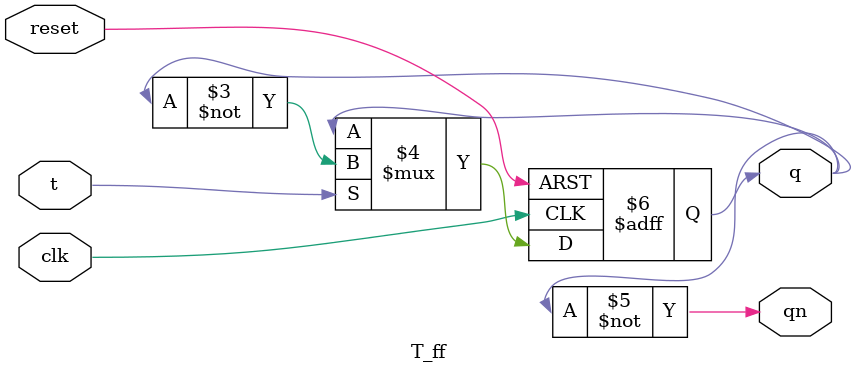
<source format=v>
module T_ff(
    input t,
    input  clk,
    input  reset,
    output reg q,
    output qn
);
    always @(posedge clk or negedge reset) begin
        if (!reset)
            q <= 0;
            
        else 
		q<=t?(~q):q;
		end 
		assign qn=~q;
endmodule

</source>
